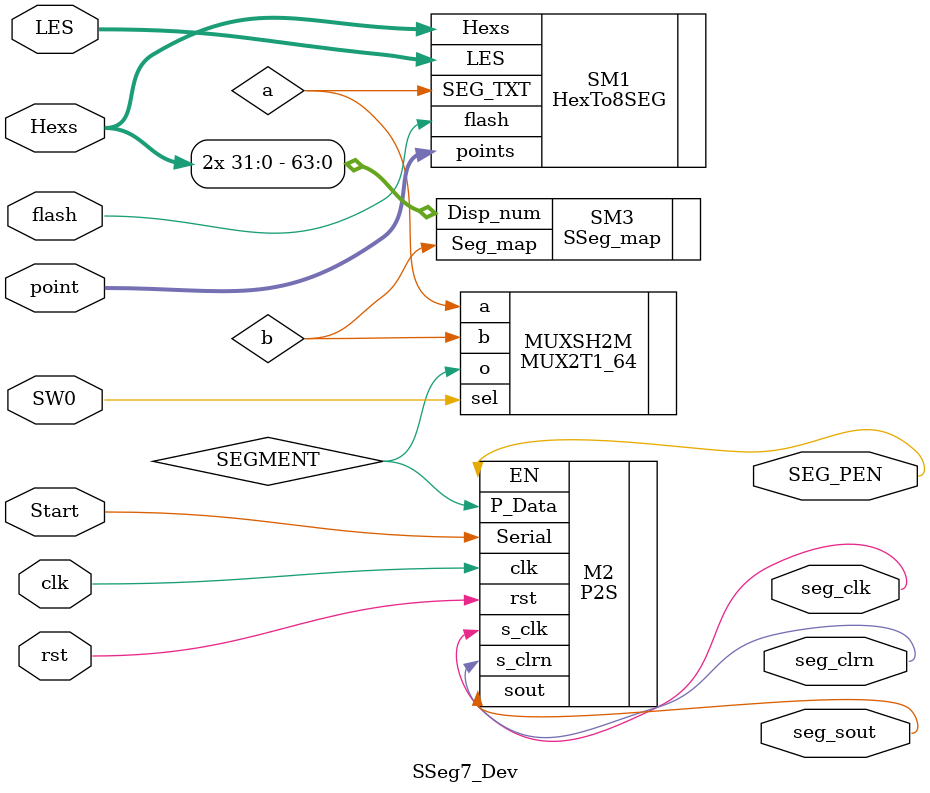
<source format=v>
`timescale 1ns / 1ps
module SSeg7_Dev(input clk,
					  input rst,
					  input Start,
					  input SW0,
					  input flash,
					  input[31:0] Hexs,
					  input[7:0] point,
					  input[7:0] LES,
					  output seg_clk,
					  output seg_sout,
					  output SEG_PEN,
					  output seg_clrn
    );

HexTo8SEG SM1(.flash(flash),
				  .Hexs(Hexs),
				  .points(point),
				  .LES(LES),
				  .SEG_TXT(a)
				  );

SSeg_map SM3(.Disp_num({Hexs[31:0], Hexs[31:0]}),
				 .Seg_map(b)
				 );

MUX2T1_64 MUXSH2M(.sel(SW0),
						.a(a),
						.b(b),
						.o(SEGMENT)
						);

P2S M2(.clk(clk),
		 .rst(rst),
		 .Serial(Start),
		 .P_Data(SEGMENT),
		 .s_clk(seg_clk),
		 .sout(seg_sout),
		 .EN(SEG_PEN),
		 .s_clrn(seg_clrn)
		 );


endmodule

</source>
